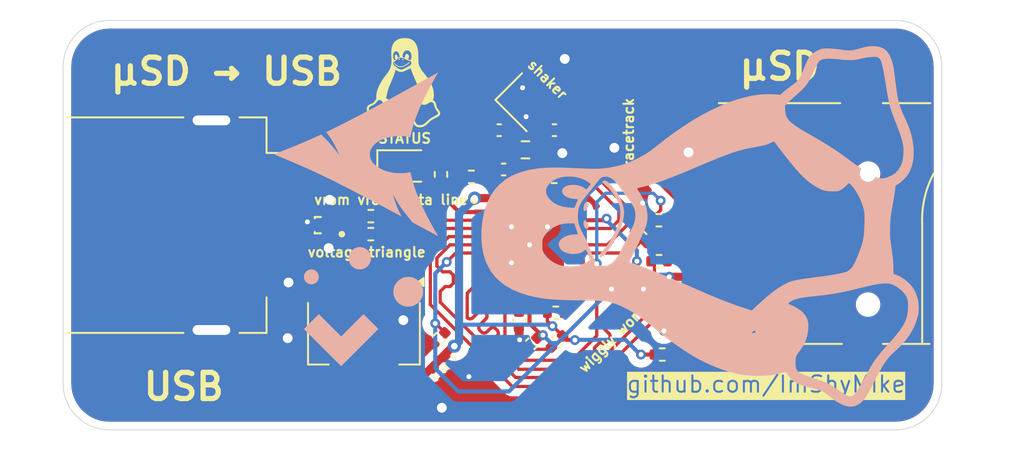
<source format=kicad_pcb>
(kicad_pcb (version 20241229) (generator "pcbnew") (generator_version "9.0")
  (layers (0 "F.Cu" signal) (2 "B.Cu" signal) (13 "F.Paste" user) (15 "B.Paste" user) (5 "F.SilkS" user "F.Silkscreen") (7 "B.SilkS" user "B.Silkscreen") (1 "F.Mask" user) (3 "B.Mask" user) (25 "Edge.Cuts" user))
  (net 0 "")
  (net 1 "GND")
  (net 2 "VDD3")
  (net 3 "Net-(IC1-VDD18)")
  (net 4 "Net-(IC1-VDD18PLL)")
  (net 5 "VDDA")
  (net 6 "CRYSTAL2")
  (net 7 "CRYSTAL1")
  (net 8 "Net-(D1-D+)")
  (net 9 "Net-(D1-D-)")
  (net 10 "Net-(D2-A)")
  (net 11 "Net-(IC1-USB-)")
  (net 12 "Net-(IC1-RBIAS)")
  (net 13 "Net-(IC1-SD_WP)")
  (net 15 "SD_nCD")
  (net 17 "DAT0")
  (net 18 "SD_CMD")
  (net 19 "Net-(IC1-RESET_N)")
  (net 20 "DAT3")
  (net 22 "Net-(IC1-USB+)")
  (net 24 "DAT2")
  (net 28 "DAT1")
  (net 31 "Net-(IC1-LED)")
  (net 36 "VSS")
  (net 37 "SD_CLK")
  (net 39 "Net-(J1-CLK)")
  (net 40 "Net-(J1-CMD)")
  (net 41 "+5V")
  (footprint "USBBB:QFN50P600X600X90-37N-D" (layer "F.Cu") (at 100.7 46.9)
    (property "Reference" "IC1" (hide yes))
    (property "Value" "USB2244I-AEZG-06-TR" (hide yes))
    (pad "1" smd rect (at -2.85 -2 90) (size 0.3 1.05) (layers "F.Cu" "F.Mask" "F.Paste") (net 31 "Net-(IC1-LED)"))
    (pad "2" smd rect (at -2.85 -1.5 90) (size 0.3 1.05) (layers "F.Cu" "F.Mask" "F.Paste") (net 22 "Net-(IC1-USB+)"))
    (pad "3" smd rect (at -2.85 -1 90) (size 0.3 1.05) (layers "F.Cu" "F.Mask" "F.Paste") (net 11 "Net-(IC1-USB-)"))
    (pad "4" smd rect (at -2.85 -0.5 90) (size 0.3 1.05) (layers "F.Cu" "F.Mask" "F.Paste") (net 28 "DAT1"))
    (pad "5" smd rect (at -2.85 0 90) (size 0.3 1.05) (layers "F.Cu" "F.Mask" "F.Paste") (net 17 "DAT0"))
    (pad "6" smd rect (at -2.85 0.5 90) (size 0.3 1.05) (layers "F.Cu" "F.Mask" "F.Paste") (net 2 "VDD3"))
    (pad "7" smd rect (at -2.85 1 90) (size 0.3 1.05) (layers "F.Cu" "F.Mask" "F.Paste"))
    (pad "8" smd rect (at -2.85 1.5 90) (size 0.3 1.05) (layers "F.Cu" "F.Mask" "F.Paste"))
    (pad "9" smd rect (at -2.85 2 90) (size 0.3 1.05) (layers "F.Cu" "F.Mask" "F.Paste") (net 37 "SD_CLK"))
    (pad "10" smd rect (at -2 2.85) (size 0.3 1.05) (layers "F.Cu" "F.Mask" "F.Paste"))
    (pad "11" smd rect (at -1.5 2.85) (size 0.3 1.05) (layers "F.Cu" "F.Mask" "F.Paste") (net 18 "SD_CMD"))
    (pad "12" smd rect (at -1 2.85) (size 0.3 1.05) (layers "F.Cu" "F.Mask" "F.Paste"))
    (pad "13" smd rect (at -0.5 2.85) (size 0.3 1.05) (layers "F.Cu" "F.Mask" "F.Paste") (net 3 "Net-(IC1-VDD18)"))
    (pad "14" smd rect (at 0 2.85) (size 0.3 1.05) (layers "F.Cu" "F.Mask" "F.Paste") (net 2 "VDD3"))
    (pad "15" smd rect (at 0.5 2.85) (size 0.3 1.05) (layers "F.Cu" "F.Mask" "F.Paste"))
    (pad "16" smd rect (at 1 2.85) (size 0.3 1.05) (layers "F.Cu" "F.Mask" "F.Paste"))
    (pad "17" smd rect (at 1.5 2.85) (size 0.3 1.05) (layers "F.Cu" "F.Mask" "F.Paste"))
    (pad "18" smd rect (at 2 2.85) (size 0.3 1.05) (layers "F.Cu" "F.Mask" "F.Paste") (net 19 "Net-(IC1-RESET_N)"))
    (pad "19" smd rect (at 2.85 2 90) (size 0.3 1.05) (layers "F.Cu" "F.Mask" "F.Paste"))
    (pad "20" smd rect (at 2.85 1.5 90) (size 0.3 1.05) (layers "F.Cu" "F.Mask" "F.Paste"))
    (pad "21" smd rect (at 2.85 1 90) (size 0.3 1.05) (layers "F.Cu" "F.Mask" "F.Paste"))
    (pad "22" smd rect (at 2.85 0.5 90) (size 0.3 1.05) (layers "F.Cu" "F.Mask" "F.Paste") (net 2 "VDD3"))
    (pad "23" smd rect (at 2.85 0 90) (size 0.3 1.05) (layers "F.Cu" "F.Mask" "F.Paste") (net 20 "DAT3"))
    (pad "24" smd rect (at 2.85 -0.5 90) (size 0.3 1.05) (layers "F.Cu" "F.Mask" "F.Paste"))
    (pad "25" smd rect (at 2.85 -1 90) (size 0.3 1.05) (layers "F.Cu" "F.Mask" "F.Paste") (net 24 "DAT2"))
    (pad "26" smd rect (at 2.85 -1.5 90) (size 0.3 1.05) (layers "F.Cu" "F.Mask" "F.Paste") (net 15 "SD_nCD"))
    (pad "27" smd rect (at 2.85 -2 90) (size 0.3 1.05) (layers "F.Cu" "F.Mask" "F.Paste"))
    (pad "28" smd rect (at 2 -2.85) (size 0.3 1.05) (layers "F.Cu" "F.Mask" "F.Paste") (net 1 "GND"))
    (pad "29" smd rect (at 1.5 -2.85) (size 0.3 1.05) (layers "F.Cu" "F.Mask" "F.Paste"))
    (pad "30" smd rect (at 1 -2.85) (size 0.3 1.05) (layers "F.Cu" "F.Mask" "F.Paste") (net 13 "Net-(IC1-SD_WP)"))
    (pad "31" smd rect (at 0.5 -2.85) (size 0.3 1.05) (layers "F.Cu" "F.Mask" "F.Paste"))
    (pad "32" smd rect (at 0 -2.85) (size 0.3 1.05) (layers "F.Cu" "F.Mask" "F.Paste") (net 6 "CRYSTAL2"))
    (pad "33" smd rect (at -0.5 -2.85) (size 0.3 1.05) (layers "F.Cu" "F.Mask" "F.Paste") (net 7 "CRYSTAL1"))
    (pad "34" smd rect (at -1 -2.85) (size 0.3 1.05) (layers "F.Cu" "F.Mask" "F.Paste") (net 4 "Net-(IC1-VDD18PLL)"))
    (pad "35" smd rect (at -1.5 -2.85) (size 0.3 1.05) (layers "F.Cu" "F.Mask" "F.Paste") (net 12 "Net-(IC1-RBIAS)"))
    (pad "36" smd rect (at -2 -2.85) (size 0.3 1.05) (layers "F.Cu" "F.Mask" "F.Paste") (net 5 "VDDA"))
    (pad "37" smd rect (at 0 0) (size 4.2 4.2) (layers "F.Cu" "F.Mask" "F.Paste") (net 36 "VSS"))
  )
  (footprint "Capacitor_SMD:C_0402_1005Metric" (layer "F.Cu") (at 100.05 51.5 -90)
    (property "Reference" "C6" (hide yes))
    (property "Value" "1uF >0.1O")
    (pad "1" smd roundrect (at -0.48 0 270) (size 0.56 0.62) (layers "F.Cu" "F.Mask" "F.Paste") (net 3 "Net-(IC1-VDD18)"))
    (pad "2" smd roundrect (at 0.48 0 270) (size 0.56 0.62) (layers "F.Cu" "F.Mask" "F.Paste") (net 1 "GND"))
  )
  (footprint "Crystal:Crystal_SMD_2016-4Pin_2.0x1.6mm" (layer "F.Cu") (at 100.383883 38.193934 -45)
    (property "Reference" "Y2" (hide yes))
    (property "Value" "Crystal 24MHz (±350 ppm)" (hide yes))
    (pad "1" smd rect (at -0.7 0.55 315) (size 0.9 0.8) (layers "F.Cu" "F.Mask" "F.Paste") (net 7 "CRYSTAL1"))
    (pad "2" smd rect (at 0.7 0.55 315) (size 0.9 0.8) (layers "F.Cu" "F.Mask" "F.Paste") (net 1 "GND"))
    (pad "3" smd rect (at 0.7 -0.55 315) (size 0.9 0.8) (layers "F.Cu" "F.Mask" "F.Paste") (net 6 "CRYSTAL2"))
    (pad "4" smd rect (at -0.7 -0.55 315) (size 0.9 0.8) (layers "F.Cu" "F.Mask" "F.Paste") (net 1 "GND"))
  )
  (footprint "Resistor_SMD:R_0603_1608Metric" (layer "F.Cu") (at 100.45 41.1 180)
    (property "Reference" "R1" (hide yes))
    (property "Value" "1M")
    (pad "1" smd roundrect (at -0.825 0 180) (size 0.8 0.95) (layers "F.Cu" "F.Mask" "F.Paste") (net 6 "CRYSTAL2"))
    (pad "2" smd roundrect (at 0.825 0 180) (size 0.8 0.95) (layers "F.Cu" "F.Mask" "F.Paste") (net 7 "CRYSTAL1"))
  )
  (footprint "Capacitor_SMD:C_0402_1005Metric" (layer "F.Cu") (at 95.160589 54.760589 135)
    (property "Reference" "C9" (hide yes))
    (property "Value" "10uF")
    (pad "1" smd roundrect (at -0.48 0 135) (size 0.56 0.62) (layers "F.Cu" "F.Mask" "F.Paste") (net 1 "GND"))
    (pad "2" smd roundrect (at 0.48 0 135) (size 0.56 0.62) (layers "F.Cu" "F.Mask" "F.Paste") (net 5 "VDDA"))
  )
  (footprint "Capacitor_SMD:C_0402_1005Metric" (layer "F.Cu") (at 99.12 42.3 180)
    (property "Reference" "C7" (hide yes))
    (property "Value" "1uF >0.1O")
    (pad "1" smd roundrect (at -0.48 0 180) (size 0.56 0.62) (layers "F.Cu" "F.Mask" "F.Paste") (net 4 "Net-(IC1-VDD18PLL)"))
    (pad "2" smd roundrect (at 0.48 0 180) (size 0.56 0.62) (layers "F.Cu" "F.Mask" "F.Paste") (net 1 "GND"))
  )
  (footprint "Resistor_SMD:R_0402_1005Metric" (layer "F.Cu") (at 102.3 51.05)
    (property "Reference" "R8" (hide yes))
    (property "Value" "10k")
    (pad "1" smd roundrect (at -0.51 0) (size 0.54 0.64) (layers "F.Cu" "F.Mask" "F.Paste") (net 5 "VDDA"))
    (pad "2" smd roundrect (at 0.51 0) (size 0.54 0.64) (layers "F.Cu" "F.Mask" "F.Paste") (net 19 "Net-(IC1-RESET_N)"))
  )
  (footprint "Resistor_SMD:R_0402_1005Metric" (layer "F.Cu") (at 91.02 46.25)
    (property "Reference" "R5" (hide yes))
    (property "Value" "15")
    (pad "1" smd roundrect (at -0.51 0) (size 0.54 0.64) (layers "F.Cu" "F.Mask" "F.Paste") (net 8 "Net-(D1-D+)"))
    (pad "2" smd roundrect (at 0.51 0) (size 0.54 0.64) (layers "F.Cu" "F.Mask" "F.Paste") (net 11 "Net-(IC1-USB-)"))
  )
  (footprint "Capacitor_SMD:C_0402_1005Metric" (layer "F.Cu") (at 102.376274 52.8 -135)
    (property "Reference" "C10" (hide yes))
    (property "Value" "0.1uF")
    (pad "1" smd roundrect (at -0.48 0 225) (size 0.56 0.62) (layers "F.Cu" "F.Mask" "F.Paste") (net 5 "VDDA"))
    (pad "2" smd roundrect (at 0.48 0 225) (size 0.56 0.62) (layers "F.Cu" "F.Mask" "F.Paste") (net 1 "GND"))
  )
  (footprint "LOGO" (layer "F.Cu") (at 93 37)
    (property "Reference" "G***" (hide yes))
    (property "Value" "LOGO" (hide yes))
  )
  (footprint "Capacitor_SMD:C_0402_1005Metric" (layer "F.Cu") (at 98.85 39.9)
    (property "Reference" "C12" (hide yes))
    (property "Value" "2pf")
    (pad "1" smd roundrect (at -0.48 0) (size 0.56 0.62) (layers "F.Cu" "F.Mask" "F.Paste") (net 1 "GND"))
    (pad "2" smd roundrect (at 0.48 0) (size 0.56 0.62) (layers "F.Cu" "F.Mask" "F.Paste") (net 7 "CRYSTAL1"))
  )
  (footprint "Capacitor_SMD:C_0402_1005Metric" (layer "F.Cu") (at 102.22 39.9)
    (property "Reference" "C11" (hide yes))
    (property "Value" "2pf")
    (pad "1" smd roundrect (at -0.48 0) (size 0.56 0.62) (layers "F.Cu" "F.Mask" "F.Paste") (net 6 "CRYSTAL2"))
    (pad "2" smd roundrect (at 0.48 0) (size 0.56 0.62) (layers "F.Cu" "F.Mask" "F.Paste") (net 1 "GND"))
  )
  (footprint "Resistor_SMD:R_0402_1005Metric" (layer "F.Cu") (at 108.6 47.9)
    (property "Reference" "R2" (hide yes))
    (property "Value" "90")
    (pad "1" smd roundrect (at -0.51 0) (size 0.54 0.64) (layers "F.Cu" "F.Mask" "F.Paste") (net 37 "SD_CLK"))
    (pad "2" smd roundrect (at 0.51 0) (size 0.54 0.64) (layers "F.Cu" "F.Mask" "F.Paste") (net 39 "Net-(J1-CLK)"))
  )
  (footprint "LED_SMD:LED_0805_2012Metric" (layer "F.Cu") (at 93.1 42.085)
    (property "Reference" "D2" (hide yes))
    (property "Value" "LED")
    (pad "1" smd roundrect (at -0.9375 0) (size 0.975 1.4) (layers "F.Cu" "F.Mask" "F.Paste") (net 1 "GND"))
    (pad "2" smd roundrect (at 0.9375 0) (size 0.975 1.4) (layers "F.Cu" "F.Mask" "F.Paste") (net 10 "Net-(D2-A)"))
  )
  (footprint "Resistor_SMD:R_0402_1005Metric" (layer "F.Cu") (at 102.2 42.75)
    (property "Reference" "R9" (hide yes))
    (property "Value" "10k")
    (pad "1" smd roundrect (at -0.51 0) (size 0.54 0.64) (layers "F.Cu" "F.Mask" "F.Paste") (net 13 "Net-(IC1-SD_WP)"))
    (pad "2" smd roundrect (at 0.51 0) (size 0.54 0.64) (layers "F.Cu" "F.Mask" "F.Paste") (net 1 "GND"))
  )
  (footprint "Capacitor_SMD:C_0402_1005Metric" (layer "F.Cu") (at 95.860589 54.060589 -45)
    (property "Reference" "C8" (hide yes))
    (property "Value" "1uF >0.1O")
    (pad "1" smd roundrect (at -0.48 0 315) (size 0.56 0.62) (layers "F.Cu" "F.Mask" "F.Paste") (net 5 "VDDA"))
    (pad "2" smd roundrect (at 0.48 0 315) (size 0.56 0.62) (layers "F.Cu" "F.Mask" "F.Paste") (net 1 "GND"))
  )
  (footprint "Random:TF-015" (layer "F.Cu") (at 110.85 45.6 90)
    (property "Reference" "J1" (hide yes))
    (property "Value" "Micro_SD_Card_Det1")
    (pad "" np_thru_hole circle (at -4.95 10.5 90) (size 1 1) (drill 1) (layers "*.Cu" "*.Mask"))
    (pad "" np_thru_hole circle (at 3.05 10.5 90) (size 1 1) (drill 1) (layers "*.Cu" "*.Mask"))
    (pad "1" smd rect (at 2.25 0 90) (size 0.7 1.6) (layers "F.Cu" "F.Mask" "F.Paste") (net 24 "DAT2"))
    (pad "2" smd rect (at 1.15 0 90) (size 0.7 1.6) (layers "F.Cu" "F.Mask" "F.Paste") (net 20 "DAT3"))
    (pad "3" smd rect (at 0.05 0 90) (size 0.7 1.6) (layers "F.Cu" "F.Mask" "F.Paste") (net 40 "Net-(J1-CMD)"))
    (pad "4" smd rect (at -1.05 0 90) (size 0.7 1.6) (layers "F.Cu" "F.Mask" "F.Paste") (net 2 "VDD3"))
    (pad "5" smd rect (at -2.15 0 90) (size 0.7 1.6) (layers "F.Cu" "F.Mask" "F.Paste") (net 39 "Net-(J1-CLK)"))
    (pad "6" smd rect (at -3.25 0 90) (size 0.7 1.6) (layers "F.Cu" "F.Mask" "F.Paste") (net 36 "VSS"))
    (pad "7" smd rect (at -4.35 0 90) (size 0.7 1.6) (layers "F.Cu" "F.Mask" "F.Paste") (net 17 "DAT0"))
    (pad "8" smd rect (at -5.45 0 90) (size 0.7 1.6) (layers "F.Cu" "F.Mask" "F.Paste") (net 28 "DAT1"))
    (pad "9" smd rect (at -6.55 0 90) (size 0.7 1.6) (layers "F.Cu" "F.Mask" "F.Paste") (net 15 "SD_nCD"))
    (pad "10" smd rect (at -7.75 0.5 90) (size 1.2 1.4) (layers "F.Cu" "F.Mask" "F.Paste") (net 1 "GND"))
    (pad "10" smd rect (at -7.75 10.1 90) (size 1.2 2.2) (layers "F.Cu" "F.Mask" "F.Paste") (net 1 "GND"))
    (pad "10" smd rect (at 6.85 0.5 90) (size 1.6 1.4) (layers "F.Cu" "F.Mask" "F.Paste") (net 1 "GND"))
    (pad "10" smd rect (at 7.75 10.1 90) (size 1.2 2.2) (layers "F.Cu" "F.Mask" "F.Paste") (net 1 "GND"))
  )
  (footprint "Resistor_SMD:R_0402_1005Metric" (layer "F.Cu") (at 97.15 42.75 180)
    (property "Reference" "R6" (hide yes))
    (property "Value" "12k 1%")
    (pad "1" smd roundrect (at -0.51 0 180) (size 0.54 0.64) (layers "F.Cu" "F.Mask" "F.Paste") (net 12 "Net-(IC1-RBIAS)"))
    (pad "2" smd roundrect (at 0.51 0 180) (size 0.54 0.64) (layers "F.Cu" "F.Mask" "F.Paste") (net 1 "GND"))
  )
  (footprint "Capacitor_SMD:C_0402_1005Metric" (layer "F.Cu") (at 100.810589 52.939411 45)
    (property "Reference" "C3" (hide yes))
    (property "Value" "0.1uF")
    (pad "1" smd roundrect (at -0.48 0 45) (size 0.56 0.62) (layers "F.Cu" "F.Mask" "F.Paste") (net 1 "GND"))
    (pad "2" smd roundrect (at 0.48 0 45) (size 0.56 0.62) (layers "F.Cu" "F.Mask" "F.Paste") (net 2 "VDD3"))
  )
  (footprint "Connector_USB:USB_A_Receptacle_GCT_USB1046" (layer "F.Cu") (at 77.75 45.7 -90)
    (property "Reference" "J2" (hide yes))
    (property "Value" "USB_A")
    (pad "1" smd roundrect (at -3.5 -7.25 270) (size 1.3 3) (layers "F.Cu" "F.Mask" "F.Paste") (net 41 "+5V"))
    (pad "2" smd roundrect (at -1 -7.25 270) (size 1.3 3) (layers "F.Cu" "F.Mask" "F.Paste") (net 8 "Net-(D1-D+)"))
    (pad "3" smd roundrect (at 1 -7.25 270) (size 1.3 3) (layers "F.Cu" "F.Mask" "F.Paste") (net 9 "Net-(D1-D-)"))
    (pad "4" smd roundrect (at 3.5 -7.25 270) (size 1.3 3) (layers "F.Cu" "F.Mask" "F.Paste") (net 1 "GND"))
    (pad "5" thru_hole oval (at -6.4 -3.55 270) (size 1.2 2.9) (drill oval 0.6 2.3) (property pad_prop_heatsink) (layers "*.Cu" "*.Mask") (net 1 "GND"))
    (pad "5" thru_hole oval (at 6.4 -3.55 270) (size 1.2 2.9) (drill oval 0.6 2.3) (property pad_prop_heatsink) (layers "*.Cu" "*.Mask") (net 1 "GND"))
  )
  (footprint "Resistor_SMD:R_0402_1005Metric" (layer "F.Cu") (at 95.3 42.6 -90)
    (property "Reference" "R7" (hide yes))
    (property "Value" "1k")
    (pad "1" smd roundrect (at -0.51 0 270) (size 0.54 0.64) (layers "F.Cu" "F.Mask" "F.Paste") (net 10 "Net-(D2-A)"))
    (pad "2" smd roundrect (at 0.51 0 270) (size 0.54 0.64) (layers "F.Cu" "F.Mask" "F.Paste") (net 31 "Net-(IC1-LED)"))
  )
  (footprint "Capacitor_SMD:C_0402_1005Metric" (layer "F.Cu") (at 95.2 52.610589 -135)
    (property "Reference" "C4" (hide yes))
    (property "Value" "0.1uF")
    (pad "1" smd roundrect (at -0.48 0 225) (size 0.56 0.62) (layers "F.Cu" "F.Mask" "F.Paste") (net 2 "VDD3"))
    (pad "2" smd roundrect (at 0.48 0 225) (size 0.56 0.62) (layers "F.Cu" "F.Mask" "F.Paste") (net 1 "GND"))
  )
  (footprint "Resistor_SMD:R_0402_1005Metric" (layer "F.Cu") (at 108.8 53.6)
    (property "Reference" "R10" (hide yes))
    (property "Value" "10k")
    (pad "1" smd roundrect (at -0.51 0) (size 0.54 0.64) (layers "F.Cu" "F.Mask" "F.Paste") (net 5 "VDDA"))
    (pad "2" smd roundrect (at 0.51 0) (size 0.54 0.64) (layers "F.Cu" "F.Mask" "F.Paste") (net 15 "SD_nCD"))
  )
  (footprint "Package_TO_SOT_SMD:SOT-223-3_TabPin2" (layer "F.Cu") (at 90.6 52.3 -90)
    (property "Reference" "U1" (hide yes))
    (property "Value" "LM1117MP-3.3")
    (pad "1" smd roundrect (at -3.15 -2.3 270) (size 2 1.5) (layers "F.Cu" "F.Mask" "F.Paste") (net 1 "GND"))
    (pad "2" smd roundrect (at -3.15 0 270) (size 2 1.5) (layers "F.Cu" "F.Mask" "F.Paste") (net 5 "VDDA"))
    (pad "2" smd roundrect (at 3.15 0 270) (size 2 3.8) (layers "F.Cu" "F.Mask" "F.Paste") (net 5 "VDDA"))
    (pad "3" smd roundrect (at -3.15 2.3 270) (size 2 1.5) (layers "F.Cu" "F.Mask" "F.Paste") (net 41 "+5V"))
  )
  (footprint "Resistor_SMD:R_0402_1005Metric" (layer "F.Cu") (at 91.02 45.15)
    (property "Reference" "R4" (hide yes))
    (property "Value" "15")
    (pad "1" smd roundrect (at -0.51 0) (size 0.54 0.64) (layers "F.Cu" "F.Mask" "F.Paste") (net 9 "Net-(D1-D-)"))
    (pad "2" smd roundrect (at 0.51 0) (size 0.54 0.64) (layers "F.Cu" "F.Mask" "F.Paste") (net 22 "Net-(IC1-USB+)"))
  )
  (footprint "Capacitor_SMD:C_0402_1005Metric" (layer "F.Cu") (at 107.5 46.423726 135)
    (property "Reference" "C5" (hide yes))
    (property "Value" "0.1uF")
    (pad "1" smd roundrect (at -0.48 0 135) (size 0.56 0.62) (layers "F.Cu" "F.Mask" "F.Paste") (net 2 "VDD3"))
    (pad "2" smd roundrect (at 0.48 0 135) (size 0.56 0.62) (layers "F.Cu" "F.Mask" "F.Paste") (net 1 "GND"))
  )
  (footprint "ESDDD:SOTFL35P100X50-3N" (layer "F.Cu") (at 88 45.7 180)
    (property "Reference" "D1" (hide yes))
    (property "Value" "TPD2EUSB30DRTR")
    (pad "1" smd roundrect (at -0.52 -0.35 180) (size 0.46 0.2) (layers "F.Cu" "F.Mask" "F.Paste") (roundrect_rratio 0.125) (net 8 "Net-(D1-D+)"))
    (pad "2" smd roundrect (at -0.52 0.35 180) (size 0.46 0.2) (layers "F.Cu" "F.Mask" "F.Paste") (roundrect_rratio 0.125) (net 9 "Net-(D1-D-)"))
    (pad "3" smd roundrect (at 0.52 0 180) (size 0.46 0.2) (layers "F.Cu" "F.Mask" "F.Paste") (roundrect_rratio 0.125) (net 1 "GND"))
  )
  (footprint "Resistor_SMD:R_0402_1005Metric" (layer "F.Cu") (at 108.59 45.4)
    (property "Reference" "R3" (hide yes))
    (property "Value" "10k")
    (pad "1" smd roundrect (at -0.51 0) (size 0.54 0.64) (layers "F.Cu" "F.Mask" "F.Paste") (net 18 "SD_CMD"))
    (pad "2" smd roundrect (at 0.51 0) (size 0.54 0.64) (layers "F.Cu" "F.Mask" "F.Paste") (net 40 "Net-(J1-CMD)"))
  )
  (footprint "LOGO" (layer "B.Cu") (at 90.575 50.675 -90)
    (property "Reference" "G***" (hide yes))
    (property "Value" "LOGO" (hide yes))
  )
  (footprint "LOGO" (layer "B.Cu") (at 90.125 41.375 -90)
    (property "Reference" "G***" (hide yes))
    (property "Value" "LOGO" (hide yes))
  )
  (footprint "LOGO" (layer "B.Cu") (at 111.1 45.775 -90)
    (property "Reference" "G***" (hide yes))
    (property "Value" "LOGO" (hide yes))
  )
  (gr_arc (start 125.85 55.375) (mid 125.022577 57.372577) (end 123.025 58.2) (stroke (width 0.05)) (layer "Edge.Cuts"))
  (gr_arc (start 123.025 33.2) (mid 125.022577 34.027423) (end 125.85 36.025) (stroke (width 0.05)) (layer "Edge.Cuts"))
  (gr_arc (start 72.25 36.025) (mid 73.077423 34.027423) (end 75.075 33.2) (stroke (width 0.05)) (layer "Edge.Cuts"))
  (gr_line (start 123.025 33.2) (end 75.075 33.2) (stroke (width 0.05)) (layer "Edge.Cuts"))
  (gr_line (start 75.075 58.2) (end 123.025 58.2) (stroke (width 0.05)) (layer "Edge.Cuts"))
  (gr_line (start 72.25 36.025) (end 72.25 55.375) (stroke (width 0.05)) (layer "Edge.Cuts"))
  (gr_line (start 125.85 55.375) (end 125.85 36.025) (stroke (width 0.05)) (layer "Edge.Cuts"))
  (gr_arc (start 75.075 58.2) (mid 73.077423 57.372577) (end 72.25 55.375) (stroke (width 0.05)) (layer "Edge.Cuts"))
  (gr_text "µSD → USB" (at 75 37.25 0) (layer "F.SilkS") (effects (font (size 1.6 1.6) (thickness 0.32) (bold yes)) (justify left bottom)))
  (gr_text "vrom vrom data line" (at 87.5 44.5 0) (layer "F.SilkS") (effects (font (size 0.6 0.6) (thickness 0.125)) (justify left bottom)))
  (gr_text "STATUS" (at 91.4 40.75 0) (layer "F.SilkS") (effects (font (size 0.6 0.6) (thickness 0.125)) (justify left bottom)))
  (gr_text "µSD" (at 113.35 36.95 0) (layer "F.SilkS") (effects (font (size 1.6 1.6) (thickness 0.32) (bold yes)) (justify left bottom)))
  (gr_text "shaker" (at 100.45 35.95 315) (layer "F.SilkS") (effects (font (size 0.6 0.6) (thickness 0.125)) (justify left bottom)))
  (gr_text "voltage triangle" (at 87.1 47.7 0) (layer "F.SilkS") (effects (font (size 0.6 0.6) (thickness 0.125)) (justify left bottom)))
  (gr_text "wiggly worm" (at 104.05 54.85 45) (layer "F.SilkS") (effects (font (size 0.6 0.6) (thickness 0.125)) (justify left bottom)))
  (gr_text "racetrack" (at 107.1 42.225 90) (layer "F.SilkS") (effects (font (size 0.6 0.6) (thickness 0.125)) (justify left bottom)))
  (gr_text "USB" (at 77 56.5 0) (layer "F.SilkS") (effects (font (size 1.6 1.6) (thickness 0.32) (bold yes)) (justify left bottom)))
  (gr_text "github.com/ImShyMike" (at 106.55 56 0) (layer "F.SilkS" knockout) (effects (font (size 1 1) (thickness 0.125)) (justify left bottom)))
  (segment (start 87.34853 45.7) (end 87.48 45.7) (width 0.25) (layer "F.Cu") (net 1))
  (segment (start 100.098726 52.701274) (end 100.05 52.652548) (width 0.2) (layer "F.Cu") (net 1))
  (segment (start 102.71 42.75) (end 102.801 42.841) (width 0.5) (layer "F.Cu") (net 1))
  (segment (start 87.149265 45.500735) (end 87.34853 45.7) (width 0.25) (layer "F.Cu") (net 1))
  (segment (start 100.098726 52.701274) (end 100.098726 52.90637) (width 0.2) (layer "F.Cu") (net 1))
  (segment (start 100.098726 52.90637) (end 100.471178 53.278822) (width 0.2) (layer "F.Cu") (net 1))
  (segment (start 107.6 44.35) (end 107.273726 44.676274) (width 0.2) (layer "F.Cu") (net 1))
  (segment (start 100.05 52.652548) (end 100.05 51.98) (width 0.2) (layer "F.Cu") (net 1))
  (segment (start 107.273726 44.676274) (end 107.273726 46.197452) (width 0.2) (layer "F.Cu") (net 1))
  (segment (start 102.801 42.841) (end 102.801 44.05) (width 0.5) (layer "F.Cu") (net 1))
  (segment (start 82.5 40) (end 83.05 40) (width 1) (layer "F.Cu") (net 1))
  (segment (start 102.036863 53.139411) (end 101.897452 53.278822) (width 0.2) (layer "F.Cu") (net 1))
  (segment (start 101.897452 53.278822) (end 100.471178 53.278822) (width 0.2) (layer "F.Cu") (net 1))
  (via (at 86 49.2) (size 1.2) (drill 0.6) (layers "F.Cu" "B.Cu") (net 1))
  (via (at 97 54.95) (size 0.6) (drill 0.3) (layers "F.Cu" "B.Cu") (net 1))
  (via (at 85.95 52.6) (size 1.2) (drill 0.6) (layers "F.Cu" "B.Cu") (net 1))
  (via (at 102.85 35.55) (size 1.2) (drill 0.6) (layers "F.Cu" "B.Cu") (net 1))
  (via (at 107.6 44.35) (size 0.6) (drill 0.3) (layers "F.Cu" "B.Cu") (net 1))
  (via (at 87.149265 45.500735) (size 0.6) (drill 0.3) (layers "F.Cu" "B.Cu") (net 1))
  (via (at 110.4 41.25) (size 1.2) (drill 0.6) (layers "F.Cu" "B.Cu") (net 1))
  (via (at 88.45 47.1) (size 1.2) (drill 0.6) (layers "F.Cu" "B.Cu") (net 1))
  (via (at 88.5 44.15) (size 1.2) (drill 0.6) (layers "F.Cu" "B.Cu") (net 1))
  (via (at 100.277817 37.310051) (size 0.6) (drill 0.3) (layers "F.Cu" "B.Cu") (net 1))
  (via (at 102.7 41.3) (size 1.2) (drill 0.6) (layers "F.Cu" "B.Cu") (net 1))
  (via (at 95.35 56.85) (size 1.2) (drill 0.6) (layers "F.Cu" "B.Cu") (net 1))
  (via (at 93 51.5) (size 1.2) (drill 0.6) (layers "F.Cu" "B.Cu") (net 1))
  (via (at 100.098726 52.701274) (size 0.6) (drill 0.3) (layers "F.Cu" "B.Cu") (net 1))
  (via (at 105.875 40.975) (size 1.2) (drill 0.6) (layers "F.Cu" "B.Cu") (net 1))
  (via (at 100.489949 39.077817) (size 0.6) (drill 0.3) (layers "F.Cu" "B.Cu") (net 1))
  (segment (start 100.098726 52.701274) (end 97.85 54.95) (width 0.2) (layer "B.Cu") (net 1))
  (segment (start 100.277817 37.310051) (end 100.4 37.432234) (width 0.5) (layer "B.Cu") (net 1))
  (segment (start 97.85 54.95) (end 97 54.95) (width 0.2) (layer "B.Cu") (net 1))
  (segment (start 100.4 38.987868) (end 100.489949 39.077817) (width 0.5) (layer "B.Cu") (net 1))
  (segment (start 100.4 37.432234) (end 100.4 38.987868) (width 0.5) (layer "B.Cu") (net 1))
  (segment (start 106.1 49.2) (end 106.1 48.05) (width 0.25) (layer "F.Cu") (net 2))
  (segment (start 96.2 47.4) (end 97.85 47.4) (width 0.2) (layer "F.Cu") (net 2))
  (segment (start 103.55 47.4) (end 106.75 47.4) (width 0.2) (layer "F.Cu") (net 2))
  (segment (start 101.416443 52.411347) (end 100.952548 51.947452) (width 0.25) (layer "F.Cu") (net 2))
  (segment (start 101.126274 52.823726) (end 101.126274 52.800237) (width 0.2) (layer "F.Cu") (net 2))
  (segment (start 107.5 46.65) (end 110.85 46.65) (width 0.25) (layer "F.Cu") (net 2))
  (segment (start 105.7 49.6) (end 106.1 49.2) (width 0.25) (layer "F.Cu") (net 2))
  (segment (start 95.65 47.948584) (end 95.651416 47.948584) (width 0.2) (layer "F.Cu") (net 2))
  (segment (start 94.968233 51.7) (end 95.539411 52.271178) (width 0.2) (layer "F.Cu") (net 2))
  (segment (start 94.95 51.7) (end 95.1 51.85) (width 0.2) (layer "F.Cu") (net 2))
  (segment (start 106.1 48.05) (end 106.9 47.25) (width 0.25) (layer "F.Cu") (net 2))
  (segment (start 94.95 51.7) (end 94.968233 51.7) (width 0.2) (layer "F.Cu") (net 2))
  (segment (start 101.126274 52.800237) (end 101.515164 52.411347) (width 0.2) (layer "F.Cu") (net 2))
  (segment (start 106.9 47.25) (end 107.5 46.65) (width 0.25) (layer "F.Cu") (net 2))
  (segment (start 100.7 49.75) (end 100.7 51.694904) (width 0.25) (layer "F.Cu") (net 2))
  (segment (start 100.7 51.694904) (end 100.952548 51.947452) (width 0.25) (layer "F.Cu") (net 2))
  (segment (start 95.651416 47.948584) (end 96.2 47.4) (width 0.2) (layer "F.Cu") (net 2))
  (segment (start 101.515164 52.411347) (end 101.416443 52.411347) (width 0.25) (layer "F.Cu") (net 2))
  (segment (start 106.75 47.4) (end 106.9 47.25) (width 0.2) (layer "F.Cu") (net 2))
  (via (at 101.515164 52.411347) (size 0.6) (drill 0.3) (layers "F.Cu" "B.Cu") (net 2))
  (via (at 94.95 51.7) (size 0.6) (drill 0.3) (layers "F.Cu" "B.Cu") (net 2))
  (via (at 105.7 49.6) (size 0.6) (drill 0.3) (layers "F.Cu" "B.Cu") (net 2))
  (via (at 95.65 47.948584) (size 0.6) (drill 0.3) (layers "F.Cu" "B.Cu") (net 2))
  (segment (start 102.003818 52.9) (end 102.4 52.9) (width 0.25) (layer "B.Cu") (net 2))
  (segment (start 101.976909 52.873091) (end 101.515164 52.411347) (width 0.25) (layer "B.Cu") (net 2))
  (segment (start 96.35 55.85) (end 99.45 55.85) (width 0.25) (layer "B.Cu") (net 2))
  (segment (start 94.95 48.65) (end 95.65 47.95) (width 0.25) (layer "B.Cu") (net 2))
  (segment (start 94.95 51.7) (end 94.95 48.65) (width 0.25) (layer "B.Cu") (net 2))
  (segment (start 99.45 55.85) (end 102.4 52.9) (width 0.25) (layer "B.Cu") (net 2))
  (segment (start 105.7 49.6) (end 102.4 52.9) (width 0.25) (layer "B.Cu") (net 2))
  (segment (start 94.95 51.7) (end 94.95 54.45) (width 0.25) (layer "B.Cu") (net 2))
  (segment (start 102.003817 52.9) (end 101.976909 52.873091) (width 0.25) (layer "B.Cu") (net 2))
  (segment (start 95.65 47.95) (end 95.65 47.948584) (width 0.25) (layer "B.Cu") (net 2))
  (segment (start 101.976909 52.873091) (end 102.003818 52.9) (width 0.25) (layer "B.Cu") (net 2))
  (segment (start 94.95 54.45) (end 96.35 55.85) (width 0.25) (layer "B.Cu") (net 2))
  (segment (start 100.2 50.87) (end 100.05 51.02) (width 0.2) (layer "F.Cu") (net 3))
  (segment (start 100.2 49.75) (end 100.2 50.87) (width 0.2) (layer "F.Cu") (net 3))
  (segment (start 99.7 42.4) (end 99.6 42.3) (width 0.2) (layer "F.Cu") (net 4))
  (segment (start 99.7 44.05) (end 99.7 42.4) (width 0.25) (layer "F.Cu") (net 4))
  (segment (start 90.6 49.15) (end 90.6 55.45) (width 1) (layer "F.Cu") (net 5))
  (segment (start 97.35 44.05) (end 98.599 44.05) (width 0.5) (layer "F.Cu") (net 5))
  (segment (start 102.11667 51.861574) (end 102.715685 52.460589) (width 0.2) (layer "F.Cu") (net 5))
  (segment (start 101.799756 51.565) (end 102.09633 51.861574) (width 0.2) (layer "F.Cu") (net 5))
  (segment (start 93.675 55.45) (end 90.8 55.45) (width 0.5) (layer "F.Cu") (net 5))
  (segment (start 101.79 51.565) (end 101.79 51.05) (width 0.2) (layer "F.Cu") (net 5))
  (segment (start 102.925 52.7) (end 103.45 52.7) (width 0.25) (layer "F.Cu") (net 5))
  (segment (start 103.45 52.7) (end 103.466942 52.716942) (width 0.25) (layer "F.Cu") (net 5))
  (segment (start 101.79 51.565) (end 101.799756 51.565) (width 0.2) (layer "F.Cu") (net 5))
  (segment (start 96.112653 53.087347) (end 96.037653 53.087347) (width 0.5) (layer "F.Cu") (net 5))
  (segment (start 96.037653 53.087347) (end 93.675 55.45) (width 0.5) (layer "F.Cu") (net 5))
  (segment (start 107.5 53.6) (end 108.29 53.6) (width 0.25) (layer "F.Cu") (net 5))
  (segment (start 102.09633 51.861574) (end 102.11667 51.861574) (width 0.2) (layer "F.Cu") (net 5))
  (via (at 103.466942 52.716942) (size 0.6) (drill 0.3) (layers "F.Cu" "B.Cu") (net 5))
  (via (at 107.5 53.6) (size 0.6) (drill 0.3) (layers "F.Cu" "B.Cu") (net 5))
  (via (at 96.112653 53.087347) (size 0.8) (drill 0.4) (layers "F.Cu" "B.Cu") (net 5))
  (via (at 102.09633 51.861574) (size 0.6) (drill 0.3) (layers "F.Cu" "B.Cu") (net 5))
  (via (at 97.35 44.05) (size 0.8) (drill 0.4) (layers "F.Cu" "B.Cu") (net 5))
  (segment (start 103.483884 52.7) (end 103.466942 52.716942) (width 0.25) (layer "B.Cu") (net 5))
  (segment (start 101.45 51.775) (end 96.700001 51.775) (width 0.25) (layer "B.Cu") (net 5))
  (segment (start 102.009756 51.775) (end 102.09633 51.861574) (width 0.25) (layer "B.Cu") (net 5))
  (segment (start 96.4 52.074695) (end 96.4 45) (width 0.5) (layer "B.Cu") (net 5))
  (segment (start 96.112653 53.087347) (end 96.112653 53.012347) (width 0.25) (layer "B.Cu") (net 5))
  (segment (start 106.55 52.7) (end 103.483884 52.7) (width 0.25) (layer "B.Cu") (net 5))
  (segment (start 96.700001 51.775) (end 96.400153 52.074848) (width 0.25) (layer "B.Cu") (net 5))
  (segment (start 96.400153 52.799847) (end 96.400153 52.074848) (width 0.5) (layer "B.Cu") (net 5))
  (segment (start 96.400153 52.074848) (end 96.4 52.074695) (width 0.5) (layer "B.Cu") (net 5))
  (segment (start 96.4 45) (end 97.35 44.05) (width 0.5) (layer "B.Cu") (net 5))
  (segment (start 96.112653 53.087347) (end 96.400153 52.799847) (width 0.5) (layer "B.Cu") (net 5))
  (segment (start 101.45 51.775) (end 102.009756 51.775) (width 0.25) (layer "B.Cu") (net 5))
  (segment (start 107.5 53.6) (end 107.45 53.6) (width 0.25) (layer "B.Cu") (net 5))
  (segment (start 107.45 53.6) (end 106.55 52.7) (width 0.25) (layer "B.Cu") (net 5))
  (segment (start 101.585964 40.789036) (end 101.585964 38.618198) (width 0.2) (layer "F.Cu") (net 6))
  (segment (start 101.585964 38.618198) (end 101.267766 38.3) (width 0.2) (layer "F.Cu") (net 6))
  (segment (start 100.7 41.675) (end 101.275 41.1) (width 0.2) (layer "F.Cu") (net 6))
  (segment (start 101.275 41.1) (end 101.585964 40.789036) (width 0.2) (layer "F.Cu") (net 6))
  (segment (start 100.7 44.05) (end 100.7 41.675) (width 0.2) (layer "F.Cu") (net 6))
  (segment (start 99.5 40.975) (end 99.5 38.087868) (width 0.2) (layer "F.Cu") (net 7))
  (segment (start 100.2 41.675) (end 99.625 41.1) (width 0.2) (layer "F.Cu") (net 7))
  (segment (start 100.2 44.05) (end 100.2 41.675) (width 0.2) (layer "F.Cu") (net 7))
  (segment (start 99.625 41.1) (end 99.5 40.975) (width 0.2) (layer "F.Cu") (net 7))
  (segment (start 87.9 46.05) (end 88.52 46.05) (width 0.2) (layer "F.Cu") (net 8))
  (segment (start 85 44.7) (end 85.5 44.7) (width 0.2) (layer "F.Cu") (net 8))
  (segment (start 90.31 46.05) (end 90.51 46.25) (width 0.2) (layer "F.Cu") (net 8))
  (segment (start 88.52 46.05) (end 90.31 46.05) (width 0.2) (layer "F.Cu") (net 8))
  (segment (start 85.5 44.7) (end 87.05 46.25) (width 0.2) (layer "F.Cu") (net 8))
  (segment (start 87.05 46.25) (end 87.7 46.25) (width 0.2) (layer "F.Cu") (net 8))
  (segment (start 87.7 46.25) (end 87.9 46.05) (width 0.2) (layer "F.Cu") (net 8))
  (segment (start 83.199 45.284298) (end 83.199 43.952) (width 0.2) (layer "F.Cu") (net 9))
  (segment (start 90.31 45.35) (end 90.51 45.15) (width 0.2) (layer "F.Cu") (net 9))
  (segment (start 88.200057 45.35) (end 88.52 45.35) (width 0.2) (layer "F.Cu") (net 9))
  (segment (start 83.199 43.952) (end 83.602057 43.548943) (width 0.2) (layer "F.Cu") (net 9))
  (segment (start 88.52 45.35) (end 90.31 45.35) (width 0.2) (layer "F.Cu") (net 9))
  (segment (start 83.602057 43.548943) (end 86.399 43.548943) (width 0.2) (layer "F.Cu") (net 9))
  (segment (start 86.399 43.548943) (end 88.200057 45.35) (width 0.2) (layer "F.Cu") (net 9))
  (segment (start 84.614702 46.7) (end 83.199 45.284298) (width 0.2) (layer "F.Cu") (net 9))
  (segment (start 85 46.7) (end 84.614702 46.7) (width 0.2) (layer "F.Cu") (net 9))
  (segment (start 95.295 42.085) (end 95.3 42.09) (width 0.2) (layer "F.Cu") (net 10))
  (segment (start 94.0375 42.085) (end 95.295 42.085) (width 0.25) (layer "F.Cu") (net 10))
  (segment (start 93.047641 45.9) (end 93.161641 45.9) (width 0.2) (layer "F.Cu") (net 11))
  (segment (start 94.187641 45.9) (end 94.301641 45.9) (width 0.2) (layer "F.Cu") (net 11))
  (segment (start 91.53 46.25) (end 91.88 45.9) (width 0.2) (layer "F.Cu") (net 11))
  (segment (start 91.88 45.9) (end 92.021641 45.9) (width 0.2) (layer "F.Cu") (net 11))
  (segment (start 93.959641 47.279047) (end 93.959641 46.128) (width 0.2) (layer "F.Cu") (net 11))
  (segment (start 92.249641 46.128) (end 92.249641 47.279047) (width 0.2) (layer "F.Cu") (net 11))
  (segment (start 94.301641 45.9) (end 97.834902 45.9) (width 0.2) (layer "F.Cu") (net 11))
  (segment (start 93.617641 47.507047) (end 93.731641 47.507047) (width 0.2) (layer "F.Cu") (net 11))
  (segment (start 92.477641 47.507047) (end 92.591641 47.507047) (width 0.2) (layer "F.Cu") (net 11))
  (segment (start 92.819641 47.279047) (end 92.819641 46.128) (width 0.2) (layer "F.Cu") (net 11))
  (segment (start 93.389641 46.128) (end 93.389641 47.279047) (width 0.2) (layer "F.Cu") (net 11))
  (segment (start 97.834902 45.9) (end 97.85 45.9) (width 0.2) (layer "F.Cu") (net 11))
  (arc (start 92.819641 46.128) (mid 92.886421 45.96678) (end 93.047641 45.9) (width 0.2) (layer "F.Cu") (net 11))
  (arc (start 93.161641 45.9) (mid 93.322861 45.96678) (end 93.389641 46.128) (width 0.2) (layer "F.Cu") (net 11))
  (arc (start 93.389641 47.279047) (mid 93.456421 47.440267) (end 93.617641 47.507047) (width 0.2) (layer "F.Cu") (net 11))
  (arc (start 93.959641 46.128) (mid 94.026421 45.96678) (end 94.187641 45.9) (width 0.2) (layer "F.Cu") (net 11))
  (arc (start 92.021641 45.9) (mid 92.182861 45.96678) (end 92.249641 46.128) (width 0.2) (layer "F.Cu") (net 11))
  (arc (start 92.591641 47.507047) (mid 92.752861 47.440267) (end 92.819641 47.279047) (width 0.2) (layer "F.Cu") (net 11))
  (arc (start 93.731641 47.507047) (mid 93.892861 47.440267) (end 93.959641 47.279047) (width 0.2) (layer "F.Cu") (net 11))
  (arc (start 92.249641 47.279047) (mid 92.316421 47.440267) (end 92.477641 47.507047) (width 0.2) (layer "F.Cu") (net 11))
  (segment (start 97.91 43) (end 97.66 42.75) (width 0.25) (layer "F.Cu") (net 12))
  (segment (start 99.2 44.05) (end 99.2 43.223) (width 0.25) (layer "F.Cu") (net 12))
  (segment (start 98.977 43) (end 97.91 43) (width 0.25) (layer "F.Cu") (net 12))
  (segment (start 99.2 43.223) (end 98.977 43) (width 0.25) (layer "F.Cu") (net 12))
  (segment (start 101.7 42.76) (end 101.69 42.75) (width 0.25) (layer "F.Cu") (net 13))
  (segment (start 101.7 44.05) (end 101.7 42.76) (width 0.25) (layer "F.Cu") (net 13))
  (segment (start 105.299265 45.4) (end 105.4 45.299265) (width 0.25) (layer "F.Cu") (net 15))
  (segment (start 110.85 52.15) (end 110.65 52.15) (width 0.25) (layer "F.Cu") (net 15))
  (segment (start 103.55 45.4) (end 105.299265 45.4) (width 0.25) (layer "F.Cu") (net 15))
  (segment (start 108.9 52.15) (end 109.01 52.26) (width 0.25) (layer "F.Cu") (net 15))
  (segment (start 107.25 49.2) (end 107.65 49.6) (width 0.25) (layer "F.Cu") (net 15))
  (segment (start 108.9 52.15) (end 110.85 52.15) (width 0.25) (layer "F.Cu") (net 15))
  (segment (start 108.9 52.15) (end 109.62 52.15) (width 0.25) (layer "F.Cu") (net 15))
  (segment (start 107.25 47.9) (end 107.25 49.2) (width 0.25) (layer "F.Cu") (net 15))
  (segment (start 109.31 53.49) (end 109.31 53.6) (width 0.25) (layer "F.Cu") (net 15))
  (segment (start 110.21 52.15) (end 110.85 52.15) (width 0.25) (layer "F.Cu") (net 15))
  (segment (start 110.65 52.15) (end 109.31 53.49) (width 0.25) (layer "F.Cu") (net 15))
  (via (at 107.25 47.9) (size 0.6) (drill 0.3) (layers "F.Cu" "B.Cu") (net 15))
  (via (at 105.4 45.299265) (size 0.6) (drill 0.3) (layers "F.Cu" "B.Cu") (net 15))
  (via (at 108.9 52.15) (size 0.6) (drill 0.3) (layers "F.Cu" "B.Cu") (net 15))
  (via (at 107.65 49.6) (size 0.6) (drill 0.3) (layers "F.Cu" "B.Cu") (net 15))
  (segment (start 105.4 45.4) (end 105.4 45.299265) (width 0.25) (layer "B.Cu") (net 15))
  (segment (start 108.9 52.15) (end 107.65 50.9) (width 0.25) (layer "B.Cu") (net 15))
  (segment (start 107.65 50.9) (end 107.65 49.6) (width 0.25) (layer "B.Cu") (net 15))
  (segment (start 107.25 47.9) (end 107.25 47.25) (width 0.25) (layer "B.Cu") (net 15))
  (segment (start 107.25 47.25) (end 105.4 45.4) (width 0.25) (layer "B.Cu") (net 15))
  (segment (start 96.05 49.25) (end 96.05 48.75) (width 0.2) (layer "F.Cu") (net 17))
  (segment (start 95.55 49.45) (end 95.85 49.45) (width 0.2) (layer "F.Cu") (net 17))
  (segment (start 104 55) (end 99.85 55) (width 0.2) (layer "F.Cu") (net 17))
  (segment (start 95.401473 48.55) (end 95.05 48.198527) (width 0.2) (layer "F.Cu") (net 17))
  (segment (start 95.05 47.700057) (end 95.850057 46.9) (width 0.2) (layer "F.Cu") (net 17))
  (segment (start 95.25 50.4) (end 95.25 49.75) (width 0.2) (layer "F.Cu") (net 17))
  (segment (start 95.85 48.55) (end 95.401473 48.55) (width 0.2) (layer "F.Cu") (net 17))
  (segment (start 96.05 48.75) (end 95.85 48.55) (width 0.2) (layer "F.Cu") (net 17))
  (segment (start 95.850057 46.9) (end 97.85 46.9) (width 0.2) (layer "F.Cu") (net 17))
  (segment (start 109.05 49.95) (end 104 55) (width 0.2) (layer "F.Cu") (net 17))
  (segment (start 95.25 49.75) (end 95.55 49.45) (width 0.2) (layer "F.Cu") (net 17))
  (segment (start 110.85 49.95) (end 109.05 49.95) (width 0.2) (layer "F.Cu") (net 17))
  (segment (start 95.05 48.198527) (end 95.05 47.700057) (width 0.2) (layer "F.Cu") (net 17))
  (segment (start 99.85 55) (end 95.25 50.4) (width 0.2) (layer "F.Cu") (net 17))
  (segment (start 95.85 49.45) (end 96.05 49.25) (width 0.2) (layer "F.Cu") (net 17))
  (segment (start 99.2 52.9) (end 100.25 53.95) (width 0.2) (layer "F.Cu") (net 18))
  (segment (start 103.3 53.95) (end 104.8 52.45) (width 0.2) (layer "F.Cu") (net 18))
  (segment (start 108.7 44.78) (end 108.7 44.2) (width 0.2) (layer "F.Cu") (net 18))
  (segment (start 100.25 53.95) (end 103.3 53.95) (width 0.2) (layer "F.Cu") (net 18))
  (segment (start 104.8 52.45) (end 104.8 48.05) (width 0.2) (layer "F.Cu") (net 18))
  (segment (start 108.08 45.4) (end 108.7 44.78) (width 0.2) (layer "F.Cu") (net 18))
  (segment (start 99.2 49.75) (end 99.2 52.9) (width 0.2) (layer "F.Cu") (net 18))
  (via (at 108.7 44.2) (size 0.6) (drill 0.3) (layers "F.Cu" "B.Cu") (net 18))
  (via (at 104.8 48.05) (size 0.6) (drill 0.3) (layers "F.Cu" "B.Cu") (net 18))
  (segment (start 104.8 48.05) (end 104.8 44.3) (width 0.2) (layer "B.Cu") (net 18))
  (segment (start 104.8 44.3) (end 105.35 43.75) (width 0.2) (layer "B.Cu") (net 18))
  (segment (start 108.25 43.75) (end 108.7 44.2) (width 0.2) (layer "B.Cu") (net 18))
  (segment (start 105.35 43.75) (end 108.25 43.75) (width 0.2) (layer "B.Cu") (net 18))
  (segment (start 102.7 49.75) (end 102.7 50.94) (width 0.2) (layer "F.Cu") (net 19))
  (segment (start 102.7 50.94) (end 102.81 51.05) (width 0.2) (layer "F.Cu") (net 19))
  (segment (start 108.5 43) (end 109.95 44.45) (width 0.2) (layer "F.Cu") (net 20))
  (segment (start 103.55 46.9) (end 103.599 46.851) (width 0.2) (layer "F.Cu") (net 20))
  (segment (start 105.15 36.55) (end 107.65 36.55) (width 0.2) (layer "F.Cu") (net 20))
  (segment (start 104.2 37.5) (end 105.15 36.55) (width 0.2) (layer "F.Cu") (net 20))
  (segment (start 104.2 42.15) (end 104.2 37.5) (width 0.2) (layer "F.Cu") (net 20))
  (segment (start 109.95 44.45) (end 110.85 44.45) (width 0.2) (layer "F.Cu") (net 20))
  (segment (start 103.55 46.9) (end 105.45 46.9) (width 0.2) (layer "F.Cu") (net 20))
  (segment (start 106.7 45.65) (end 106.7 44.65) (width 0.2) (layer "F.Cu") (net 20))
  (segment (start 106.7 44.65) (end 104.2 42.15) (width 0.2) (layer "F.Cu") (net 20))
  (segment (start 108.5 37.4) (end 108.5 43) (width 0.2) (layer "F.Cu") (net 20))
  (segment (start 105.45 46.9) (end 106.7 45.65) (width 0.2) (layer "F.Cu") (net 20))
  (segment (start 107.65 36.55) (end 108.5 37.4) (width 0.2) (layer "F.Cu") (net 20))
  (segment (start 97.85 45.4) (end 91.78 45.4) (width 0.2) (layer "F.Cu") (net 22))
  (segment (start 91.78 45.4) (end 91.53 45.15) (width 0.2) (layer "F.Cu") (net 22))
  (segment (start 110.85 43.35) (end 109.8171 43.35) (width 0.2) (layer "F.Cu") (net 24))
  (segment (start 109 37.15) (end 107.85 36) (width 0.2) (layer "F.Cu") (net 24))
  (segment (start 103.7 36.85) (end 103.7 42.35) (width 0.2) (layer "F.Cu") (net 24))
  (segment (start 106.149 44.799) (end 106.149 45.401) (width 0.2) (layer "F.Cu") (net 24))
  (segment (start 104.55 36) (end 103.7 36.85) (width 0.2) (layer "F.Cu") (net 24))
  (segment (start 107.85 36) (end 104.55 36) (width 0.2) (layer "F.Cu") (net 24))
  (segment (start 106.149 45.401) (end 105.65 45.9) (width 0.2) (layer "F.Cu") (net 24))
  (segment (start 103.7 42.35) (end 106.149 44.799) (width 0.2) (layer "F.Cu") (net 24))
  (segment (start 105.65 45.9) (end 103.55 45.9) (width 0.2) (layer "F.Cu") (net 24))
  (segment (start 109 42.5329) (end 109 37.15) (width 0.2) (layer "F.Cu") (net 24))
  (segment (start 109.8171 43.35) (end 109 42.5329) (width 0.2) (layer "F.Cu") (net 24))
  (segment (start 99.65 55.55) (end 104.25 55.55) (width 0.2) (layer "F.Cu") (net 28))
  (segment (start 108.75 51.05) (end 110.85 51.05) (width 0.2) (layer "F.Cu") (net 28))
  (segment (start 97.85 46.4) (end 95.782957 46.4) (width 0.2) (layer "F.Cu") (net 28))
  (segment (start 94.649 47.533957) (end 94.649 50.549) (width 0.2) (layer "F.Cu") (net 28))
  (segment (start 95.782957 46.4) (end 94.649 47.533957) (width 0.2) (layer "F.Cu") (net 28))
  (segment (start 104.25 55.55) (end 108.75 51.05) (width 0.2) (layer "F.Cu") (net 28))
  (segment (start 94.649 50.549) (end 99.65 55.55) (width 0.2) (layer "F.Cu") (net 28))
  (segment (start 95.3 43.11) (end 95.3 43.8) (width 0.25) (layer "F.Cu") (net 31))
  (segment (start 97.85 44.9) (end 96.4 44.9) (width 0.25) (layer "F.Cu") (net 31))
  (segment (start 95.3 43.8) (end 96.4 44.9) (width 0.25) (layer "F.Cu") (net 31))
  (segment (start 110.85 48.85) (end 109.225 48.85) (width 0.5) (layer "F.Cu") (net 36))
  (via (at 99.6 48) (size 0.6) (drill 0.3) (layers "F.Cu" "B.Cu") (net 36))
  (via (at 100.7 46.9) (size 0.6) (drill 0.3) (layers "F.Cu" "B.Cu") (net 36))
  (via (at 109.225 48.85) (size 0.6) (drill 0.3) (layers "F.Cu" "B.Cu") (net 36))
  (via (at 101.8 45.8) (size 0.6) (drill 0.3) (layers "F.Cu" "B.Cu") (net 36))
  (via (at 99.6 45.8) (size 0.6) (drill 0.3) (layers "F.Cu" "B.Cu") (net 36))
  (segment (start 100.7 46.9) (end 99.6 45.8) (width 0.5) (layer "B.Cu") (net 36))
  (segment (start 102.65 48.85) (end 100.7 46.9) (width 0.5) (layer "B.Cu") (net 36))
  (segment (start 109.225 48.85) (end 102.65 48.85) (width 0.5) (layer "B.Cu") (net 36))
  (segment (start 100.7 46.9) (end 99.6 48) (width 0.5) (layer "B.Cu") (net 36))
  (segment (start 100.7 46.9) (end 101.8 45.8) (width 0.5) (layer "B.Cu") (net 36))
  (segment (start 97.952175 50.987962) (end 98.038442 51.074229) (width 0.2) (layer "F.Cu") (net 37))
  (segment (start 103.25 54.5) (end 103.7 54.5) (width 0.2) (layer "F.Cu") (net 37))
  (segment (start 97.245068 51.35) (end 97.607107 50.987962) (width 0.2) (layer "F.Cu") (net 37))
  (segment (start 98.724335 52.458743) (end 98.539074 52.644005) (width 0.2) (layer "F.Cu") (net 37))
  (segment (start 105.282412 51.715508) (end 105.367266 51.630655) (width 0.2) (layer "F.Cu") (net 37))
  (segment (start 106.307718 51.892286) (end 106.392571 51.80743) (width 0.2) (layer "F.Cu") (net 37))
  (segment (start 105.296554 52.903449) (end 105.544041 52.65596) (width 0.2) (layer "F.Cu") (net 37))
  (segment (start 107.156248 51.043756) (end 107.241101 50.9589) (width 0.2) (layer "F.Cu") (net 37))
  (segment (start 108.32 49.88) (end 108.32 49.829874) (width 0.2) (layer "F.Cu") (net 37))
  (segment (start 104.695511 53.150937) (end 104.943 52.903449) (width 0.2) (layer "F.Cu") (net 37))
  (segment (start 108.089631 50.11037) (end 108.32 49.88) (width 0.2) (layer "F.Cu") (net 37))
  (segment (start 106.449142 50.676059) (end 106.816838 51.043755) (width 0.2) (layer "F.Cu") (net 37))
  (segment (start 98.638068 52.027408) (end 98.724335 52.113675) (width 0.2) (layer "F.Cu") (net 37))
  (segment (start 106.392571 51.80743) (end 106.392571 51.807429) (width 0.2) (layer "F.Cu") (net 37))
  (segment (start 96.9 50.81) (end 96.9 51.35) (width 0.2) (layer "F.Cu") (net 37))
  (segment (start 103.846981 53.999467) (end 104.09447 53.751979) (width 0.2) (layer "F.Cu") (net 37))
  (segment (start 107.241101 50.9589) (end 107.241101 50.958899) (width 0.2) (layer "F.Cu") (net 37))
  (segment (start 104.695511 53.50449) (end 104.695511 53.504489) (width 0.2) (layer "F.Cu") (net 37))
  (segment (start 97.85 48.9) (end 96.9 49.85) (width 0.2) (layer "F.Cu") (net 37))
  (segment (start 105.706678 51.630655) (end 105.968308 51.892285) (width 0.2) (layer "F.Cu") (net 37))
  (segment (start 97.676402 52.126402) (end 97.76267 52.21267) (width 0.2) (layer "F.Cu") (net 37))
  (segment (start 98.107738 52.21267) (end 98.293 52.027409) (width 0.2) (layer "F.Cu") (net 37))
  (segment (start 98.038442 51.419297) (end 97.676402 51.781334) (width 0.2) (layer "F.Cu") (net 37))
  (segment (start 96.9 50.15) (end 96.9 50.81) (width 0.2) (layer "F.Cu") (net 37))
  (segment (start 105.544041 52.65596) (end 105.544041 52.655959) (width 0.2) (layer "F.Cu") (net 37))
  (segment (start 107.94821 50.251793) (end 108.089631 50.11037) (width 0.2) (layer "F.Cu") (net 37))
  (segment (start 98.62534 53.07534) (end 100.05 54.5) (width 0.2) (layer "F.Cu") (net 37))
  (segment (start 104.448024 53.751979) (end 104.695511 53.50449) (width 0.2) (layer "F.Cu") (net 37))
  (segment (start 107.241101 50.393215) (end 107.382524 50.251793) (width 0.2) (layer "F.Cu") (net 37))
  (segment (start 103.7 54.5) (end 103.846981 54.353019) (width 0.2) (layer "F.Cu") (net 37))
  (segment (start 106.392572 51.468017) (end 106.024877 51.100322) (width 0.2) (layer "F.Cu") (net 37))
  (segment (start 108.32 49.829874) (end 108.32 47.75) (width 0.2) (layer "F.Cu") (net 37))
  (segment (start 100.05 54.5) (end 103.25 54.5) (width 0.2) (layer "F.Cu") (net 37))
  (segment (start 105.544042 52.316547) (end 105.282413 52.054918) (width 0.2) (layer "F.Cu") (net 37))
  (segment (start 96.9 49.85) (end 96.9 50.15) (width 0.2) (layer "F.Cu") (net 37))
  (segment (start 98.539073 52.989073) (end 98.62534 53.07534) (width 0.2) (layer "F.Cu") (net 37))
  (segment (start 106.024876 50.760912) (end 106.10973 50.676059) (width 0.2) (layer "F.Cu") (net 37))
  (arc (start 106.10973 50.676059) (mid 106.279435 50.605765) (end 106.449142 50.676059) (width 0.2) (layer "F.Cu") (net 37))
  (arc (start 96.9 51.35) (mid 97.072534 51.421466) (end 97.245068 51.35) (width 0.2) (layer "F.Cu") (net 37))
  (arc (start 104.271246 53.75198) (mid 104.359634 53.788592) (end 104.448024 53.751979) (width 0.2) (layer "F.Cu") (net 37))
  (arc (start 106.024877 51.100322) (mid 105.954583 50.930616) (end 106.024876 50.760912) (width 0.2) (layer "F.Cu") (net 37))
  (arc (start 105.282413 52.054918) (mid 105.212119 51.885212) (end 105.282412 51.715508) (width 0.2) (layer "F.Cu") (net 37))
  (arc (start 98.293 52.027409) (mid 98.465534 51.955943) (end 98.638068 52.027408) (width 0.2) (layer "F.Cu") (net 37))
  (arc (start 105.119776 52.90345) (mid 105.208164 52.940062) (end 105.296554 52.903449) (width 0.2) (layer "F.Cu") (net 37))
  (arc (start 107.241101 50.676057) (mid 107.182524 50.534635) (end 107.241101 50.393215) (width 0.2) (layer "F.Cu") (net 37))
  (arc (start 104.943 52.903449) (mid 105.031388 52.866838) (end 105.119776 52.90345) (width 0.2) (layer "F.Cu") (net 37))
  (arc (start 98.038442 51.074229) (mid 98.109908 51.246763) (end 98.038442 51.419297) (width 0.2) (layer "F.Cu") (net 37))
  (arc (start 103.846981 54.176243) (mid 103.810369 54.087855) (end 103.846981 53.999467) (width 0.2) (layer "F.Cu") (net 37))
  (arc (start 107.382524 50.251793) (mid 107.523945 50.193215) (end 107.665366 50.251794) (width 0.2) (layer "F.Cu") (net 37))
  (arc (start 106.392571 51.807429) (mid 106.462866 51.637723) (end 106.392572 51.468017) (width 0.2) (layer "F.Cu") (net 37))
  (arc (start 105.968308 51.892285) (mid 106.138013 51.96258) (end 106.307718 51.892286) (width 0.2) (layer "F.Cu") (net 37))
  (arc (start 97.76267 52.21267) (mid 97.935204 52.284136) (end 98.107738 52.21267) (width 0.2) (layer "F.Cu") (net 37))
  (arc (start 104.695511 53.504489) (mid 104.732123 53.416101) (end 104.695511 53.327713) (width 0.2) (layer "F.Cu") (net 37))
  (arc (start 105.367266 51.630655) (mid 105.536971 51.560361) (end 105.706678 51.630655) (width 0.2) (layer "F.Cu") (net 37))
  (arc (start 106.816838 51.043755) (mid 106.986543 51.11405) (end 107.156248 51.043756) (width 0.2) (layer "F.Cu") (net 37))
  (arc (start 107.241101 50.958899) (mid 107.29968 50.817477) (end 107.241101 50.676057) (width 0.2) (layer "F.Cu") (net 37))
  (arc (start 105.544041 52.655959) (mid 105.614336 52.486253) (end 105.544042 52.316547) (width 0.2) (layer "F.Cu") (net 37))
  (arc (start 103.846981 54.353019) (mid 103.883593 54.264631) (end 103.846981 54.176243) (width 0.2) (layer "F.Cu") (net 37))
  (arc (start 98.724335 52.113675) (mid 98.795801 52.286209) (end 98.724335 52.458743) (width 0.2) (layer "F.Cu") (net 37))
  (arc (start 104.09447 53.751979) (mid 104.182858 53.715368) (end 104.271246 53.75198) (width 0.2) (layer "F.Cu") (net 37))
  (arc (start 97.607107 50.987962) (mid 97.779641 50.916496) (end 97.952175 50.987962) (width 0.2) (layer "F.Cu") (net 37))
  (arc (start 98.539074 52.644005) (mid 98.467608 52.816539) (end 98.539073 52.989073) (width 0.2) (layer "F.Cu") (net 37))
  (arc (start 104.695511 53.327713) (mid 104.658899 53.239325) (end 104.695511 53.150937) (width 0.2) (layer "F.Cu") (net 37))
  (arc (start 107.665366 50.251794) (mid 107.806787 50.310373) (end 107.94821 50.251793) (width 0.2) (layer "F.Cu") (net 37))
  (arc (start 97.676402 51.781334) (mid 97.604936 51.953868) (end 97.676402 52.126402) (width 0.2) (layer "F.Cu") (net 37))
  (segment (start 109.26 47.75) (end 109.11 47.9) (width 0.2) (layer "F.Cu") (net 39))
  (segment (start 110.85 47.75) (end 109.26 47.75) (width 0.2) (layer "F.Cu") (net 39))
  (segment (start 110.85 45.55) (end 109.25 45.55) (width 0.2) (layer "F.Cu") (net 40))
  (segment (start 109.25 45.55) (end 109.1 45.4) (width 0.2) (layer "F.Cu") (net 40))
  (segment (start 82.95 42.2) (end 82.15 43) (width 0.5) (layer "F.Cu") (net 41))
  (segment (start 82.15 43) (end 82.15 49.75) (width 0.5) (layer "F.Cu") (net 41))
  (segment (start 88.4 49.15) (end 88.5 49.15) (width 1) (layer "F.Cu") (net 41))
  (segment (start 88.35 49.2) (end 88.4 49.15) (width 1) (layer "F.Cu") (net 41))
  (segment (start 88.25 49.2) (end 88.3 49.15) (width 1) (layer "F.Cu") (net 41))
  (segment (start 87.35 51.15) (end 88.3 50.2) (width 0.5) (layer "F.Cu") (net 41))
  (segment (start 83.55 51.15) (end 87.35 51.15) (width 0.5) (layer "F.Cu") (net 41))
  (segment (start 88.3 50.2) (end 88.3 49.15) (width 0.5) (layer "F.Cu") (net 41))
  (segment (start 82.15 49.75) (end 83.55 51.15) (width 0.5) (layer "F.Cu") (net 41))
  (segment (start 85 42.2) (end 82.95 42.2) (width 0.5) (layer "F.Cu") (net 41))
  (zone (net 1) (net_name "GND") (layers "F.Cu" "B.Cu") (connect_pads yes (clearance 0.5)) (min_thickness 0.25) (fill yes (thermal_gap 0.5) (thermal_bridge_width 0.5))
    (polygon (pts (xy 70.25 60.25) (xy 127.7 60.3) (xy 127.7 32.05) (xy 70.25 32)))
  )
)
</source>
